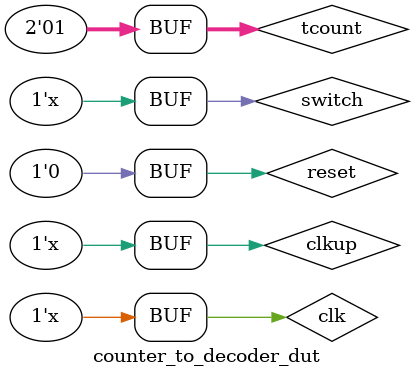
<source format=v>
module counter_to_decoder(clkup,switch,reset,tcount,clk,pcount,wtime1,wtime2,full_flag,empty_flag,alarm);
//input are all input in project
//output are all output in project
input clkup,switch,reset,clk;
input [1:0]tcount;
//number of bits of tailer is two
//pcount is counter appear on seven seg
output full_flag,empty_flag,alarm;
output [6:0]pcount,wtime1,wtime2;
wire slow_clk,debounced;
wire [7:0]wtime;
wire [3:0]count;


 UpDownCounter counter1(clk,switch,reset,count,full_flag,empty_flag,alarm);
 rom rom1(count,tcount,wtime);
 decoder_7seg decode1(count[3],count[2],count[1],count[0],pcount[6],pcount[5],pcount[4],pcount[3],pcount[2],pcount[1],pcount[0]);
 decoder_7seg decode2(wtime[3],wtime[2],wtime[1],wtime[0],wtime1[6],wtime1[5],wtime1[4],wtime1[3],wtime1[2],wtime1[1],wtime1[0]);
 decoder_7seg decode3(wtime[7],wtime[6],wtime[5],wtime[4],wtime2[6],wtime2[5],wtime2[4],wtime2[3],wtime2[2],wtime2[1],wtime2[0]);




endmodule
//---------end file-------------------
//-----------------------------------
//-------testbench of  topmodule----------
module counter_to_decoder_dut();
reg clkup,switch,clk,reset;
reg  [1:0] tcount;
wire [6:0]wtime1;  //output on sevensegment2
wire [6:0]wtime2;  // output on sevensegment3
wire [6:0] pcount; //output on sevensegment 1
wire full_flag,empty_flag,alarm;
//------------------
initial
begin
clk=0;
tcount=2'b01;//tailer equal 1
clkup=0;
switch=1;
reset=1; #100;//reset is on and delay 100------------
reset=0;//reset is off------------------------
tcount=2'b01;
end
always 
#50 clkup=~clkup;
always
#900 switch=~switch;//switch =1 after 900 switch=0
always
#50 clk=~clk;
  counter_to_decoder top(clkup,switch,reset,tcount,clk,pcount,wtime1,wtime2,full_flag,empty_flag,alarm);

endmodule
</source>
